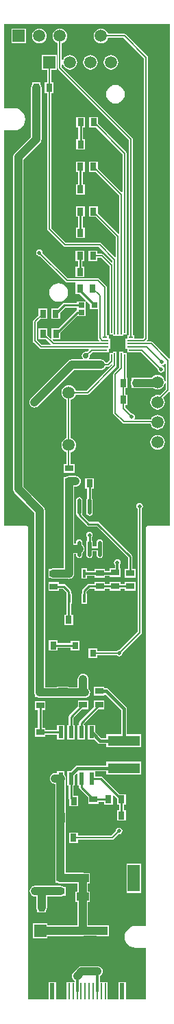
<source format=gtl>
%FSLAX25Y25*%
%MOIN*%
G70*
G01*
G75*
G04 Layer_Physical_Order=1*
G04 Layer_Color=255*
%ADD10R,0.03150X0.03937*%
%ADD11R,0.03937X0.03150*%
%ADD12R,0.04724X0.03937*%
%ADD13R,0.01575X0.03937*%
%ADD14R,0.03150X0.03543*%
%ADD15R,0.03150X0.03543*%
%ADD16R,0.02400X0.05906*%
%ADD17R,0.12402X0.08898*%
%ADD18R,0.03937X0.04724*%
%ADD19C,0.05906*%
%ADD20R,0.15748X0.05118*%
%ADD21R,0.03150X0.02559*%
%ADD22R,0.00787X0.02362*%
%ADD23R,0.00787X0.03150*%
%ADD24R,0.02362X0.00787*%
%ADD25R,0.03150X0.00787*%
%ADD26R,0.05118X0.05118*%
%ADD27O,0.01969X0.07874*%
%ADD28R,0.01969X0.07874*%
%ADD29R,0.05906X0.03937*%
%ADD30R,0.05906X0.12992*%
%ADD31R,0.01063X0.07874*%
%ADD32R,0.02362X0.07874*%
%ADD33C,0.01575*%
%ADD34C,0.01000*%
%ADD35C,0.03937*%
%ADD36C,0.00787*%
%ADD37C,0.01181*%
%ADD38R,0.05906X0.05906*%
%ADD39R,0.05906X0.05906*%
%ADD40C,0.01969*%
%ADD41C,0.03150*%
%ADD42C,0.02756*%
G36*
X81674Y-163459D02*
X81212Y-163651D01*
X73251Y-155690D01*
X72926Y-155473D01*
X72542Y-155396D01*
X70534D01*
X70343Y-154935D01*
X70828Y-154450D01*
X71045Y-154124D01*
X71122Y-153740D01*
X71122Y-153740D01*
X71122Y-153740D01*
Y-153740D01*
Y-17284D01*
X71058Y-16963D01*
X71045Y-16899D01*
X70828Y-16574D01*
X60244Y-5990D01*
X59919Y-5773D01*
X59535Y-5697D01*
X51530D01*
X51205Y-4913D01*
X50637Y-4173D01*
X49897Y-3605D01*
X49035Y-3248D01*
X48110Y-3126D01*
X47185Y-3248D01*
X46323Y-3605D01*
X45583Y-4173D01*
X45015Y-4913D01*
X44658Y-5775D01*
X44536Y-6700D01*
X44658Y-7625D01*
X45015Y-8487D01*
X45583Y-9227D01*
X46323Y-9795D01*
X47185Y-10152D01*
X48110Y-10274D01*
X49035Y-10152D01*
X49897Y-9795D01*
X50637Y-9227D01*
X51205Y-8487D01*
X51530Y-7704D01*
X59119D01*
X69115Y-17699D01*
Y-153324D01*
X68617Y-153822D01*
X64451D01*
Y-152266D01*
X63683D01*
Y-56813D01*
X63606Y-56429D01*
X63389Y-56103D01*
X29114Y-21828D01*
Y-20819D01*
X29604Y-20721D01*
X29855Y-21327D01*
X30423Y-22067D01*
X31163Y-22635D01*
X32025Y-22992D01*
X32950Y-23114D01*
X33875Y-22992D01*
X34737Y-22635D01*
X35477Y-22067D01*
X36045Y-21327D01*
X36402Y-20465D01*
X36524Y-19540D01*
X36402Y-18615D01*
X36045Y-17753D01*
X35477Y-17013D01*
X34737Y-16445D01*
X33875Y-16088D01*
X32950Y-15966D01*
X32025Y-16088D01*
X31163Y-16445D01*
X30423Y-17013D01*
X29855Y-17753D01*
X29604Y-18359D01*
X29114Y-18261D01*
Y-10120D01*
X29897Y-9795D01*
X30637Y-9227D01*
X31205Y-8487D01*
X31562Y-7625D01*
X31684Y-6700D01*
X31562Y-5775D01*
X31205Y-4913D01*
X30637Y-4173D01*
X29897Y-3605D01*
X29035Y-3248D01*
X28110Y-3126D01*
X27185Y-3248D01*
X26323Y-3605D01*
X25583Y-4173D01*
X25015Y-4913D01*
X24658Y-5775D01*
X24536Y-6700D01*
X24658Y-7625D01*
X25015Y-8487D01*
X25583Y-9227D01*
X26323Y-9795D01*
X27106Y-10120D01*
Y-22244D01*
X27106Y-22244D01*
X27106D01*
X27183Y-22628D01*
X27400Y-22953D01*
X61676Y-57229D01*
Y-152266D01*
X60908D01*
Y-153841D01*
X60120D01*
Y-155809D01*
Y-157384D01*
Y-158959D01*
X60908D01*
Y-160534D01*
X62582D01*
X62679Y-160553D01*
X67638D01*
X75788Y-168703D01*
X75757Y-168858D01*
X75879Y-169473D01*
X76227Y-169994D01*
X76748Y-170342D01*
X77362Y-170464D01*
X77977Y-170342D01*
X78498Y-169994D01*
X78846Y-169473D01*
X78968Y-168858D01*
X78846Y-168244D01*
X78498Y-167723D01*
X77977Y-167375D01*
X77640Y-167308D01*
X77716Y-166921D01*
X78331Y-166798D01*
X78852Y-166450D01*
X79187Y-165948D01*
X79666Y-166094D01*
Y-174687D01*
X79167Y-174720D01*
X79098Y-174197D01*
X78741Y-173335D01*
X78173Y-172594D01*
X77433Y-172027D01*
X76571Y-171669D01*
X75646Y-171548D01*
X74721Y-171669D01*
X73859Y-172027D01*
X73119Y-172594D01*
X72939Y-172829D01*
X65160D01*
X64992Y-172851D01*
X62994D01*
Y-174028D01*
X62924Y-174119D01*
X62666Y-174742D01*
X62578Y-175410D01*
X62666Y-176078D01*
X62924Y-176701D01*
X62994Y-176792D01*
Y-177969D01*
X64992D01*
X65160Y-177991D01*
X73565D01*
X73859Y-178217D01*
X74721Y-178574D01*
X75646Y-178695D01*
X76571Y-178574D01*
X77433Y-178217D01*
X78173Y-177649D01*
X78741Y-176909D01*
X79098Y-176047D01*
X79167Y-175523D01*
X79666Y-175556D01*
Y-178420D01*
X76651Y-181435D01*
X76571Y-181402D01*
X75646Y-181280D01*
X74721Y-181402D01*
X73859Y-181759D01*
X73119Y-182327D01*
X72551Y-183067D01*
X72194Y-183929D01*
X72072Y-184854D01*
X72194Y-185779D01*
X72551Y-186641D01*
X73119Y-187381D01*
X73859Y-187949D01*
X74721Y-188306D01*
X75646Y-188428D01*
X76571Y-188306D01*
X77433Y-187949D01*
X78173Y-187381D01*
X78741Y-186641D01*
X79098Y-185779D01*
X79220Y-184854D01*
X79098Y-183929D01*
X78741Y-183067D01*
X78357Y-182567D01*
X81212Y-179712D01*
X81674Y-179903D01*
Y-245060D01*
X70866D01*
X70482Y-245136D01*
X70157Y-245354D01*
X69939Y-245679D01*
X69863Y-246063D01*
Y-439548D01*
X64961D01*
Y-439521D01*
X63573Y-439704D01*
X62280Y-440239D01*
X61170Y-441091D01*
X60318Y-442202D01*
X59782Y-443495D01*
X59600Y-444882D01*
X59782Y-446270D01*
X60318Y-447563D01*
X61170Y-448673D01*
X62280Y-449525D01*
X63573Y-450060D01*
X64961Y-450243D01*
Y-450216D01*
X69863D01*
Y-475375D01*
X60210D01*
Y-466812D01*
X56666D01*
Y-475375D01*
X51410D01*
Y-466812D01*
X47556D01*
Y-463951D01*
X47642Y-463915D01*
X48176Y-463505D01*
X48587Y-462971D01*
X48844Y-462348D01*
X48932Y-461680D01*
X48844Y-461012D01*
X48587Y-460390D01*
X48176Y-459855D01*
X47642Y-459445D01*
X47019Y-459187D01*
X46351Y-459099D01*
X38753D01*
X38085Y-459187D01*
X37827Y-459294D01*
X37462Y-459445D01*
X36928Y-459855D01*
X34684Y-462099D01*
X34273Y-462634D01*
X34016Y-463256D01*
X33928Y-463924D01*
X34016Y-464592D01*
X34273Y-465215D01*
X34684Y-465750D01*
X35218Y-466160D01*
X35304Y-466195D01*
Y-466812D01*
X31450D01*
Y-475375D01*
X26194D01*
Y-466812D01*
X22650D01*
Y-475375D01*
X12815D01*
Y-246063D01*
X12738Y-245679D01*
X12521Y-245354D01*
X12195Y-245136D01*
X11811Y-245060D01*
X1003D01*
Y-52578D01*
X5906D01*
Y-52605D01*
X7293Y-52422D01*
X8586Y-51887D01*
X9696Y-51035D01*
X10548Y-49924D01*
X11084Y-48632D01*
X11266Y-47244D01*
X11084Y-45857D01*
X10548Y-44564D01*
X9696Y-43453D01*
X8586Y-42601D01*
X7293Y-42066D01*
X5906Y-41883D01*
Y-41910D01*
X1003D01*
Y-1003D01*
X81674D01*
Y-163459D01*
D02*
G37*
%LPC*%
G36*
X66929Y-233827D02*
X66315Y-233950D01*
X65794Y-234298D01*
X65446Y-234819D01*
X65324Y-235433D01*
X65446Y-236048D01*
X65794Y-236568D01*
X65926Y-236656D01*
Y-296474D01*
X57086Y-305313D01*
X56931Y-305282D01*
X56316Y-305405D01*
X55795Y-305753D01*
X55707Y-305885D01*
X46337D01*
Y-304526D01*
X42006D01*
Y-309250D01*
X46337D01*
Y-307892D01*
X55707D01*
X55795Y-308024D01*
X56316Y-308372D01*
X56931Y-308494D01*
X57545Y-308372D01*
X58066Y-308024D01*
X58414Y-307503D01*
X58536Y-306888D01*
X58505Y-306733D01*
X67639Y-297599D01*
X67856Y-297274D01*
X67869Y-297210D01*
X67933Y-296890D01*
Y-236656D01*
X68064Y-236568D01*
X68413Y-236048D01*
X68535Y-235433D01*
X68413Y-234819D01*
X68064Y-234298D01*
X67544Y-233950D01*
X66929Y-233827D01*
D02*
G37*
G36*
X27689Y-272244D02*
X22571D01*
Y-276575D01*
X27689D01*
Y-275521D01*
X29618D01*
X31341Y-277245D01*
Y-277819D01*
X31162D01*
Y-282937D01*
X31341D01*
Y-288159D01*
X30244D01*
Y-293277D01*
X34574D01*
Y-288159D01*
X33565D01*
Y-282937D01*
X33918D01*
Y-277819D01*
X33565D01*
Y-276784D01*
X33481Y-276359D01*
X33240Y-275998D01*
X33240Y-275998D01*
X30865Y-273623D01*
X30504Y-273382D01*
X30079Y-273298D01*
X30079Y-273298D01*
X27689D01*
Y-272244D01*
D02*
G37*
G36*
X16650Y-29369D02*
X16483Y-29391D01*
X14485D01*
Y-30568D01*
X14415Y-30659D01*
X14157Y-31282D01*
X14069Y-31950D01*
Y-55863D01*
X6049Y-63884D01*
X5639Y-64418D01*
X5510Y-64729D01*
X5381Y-65041D01*
X5293Y-65709D01*
Y-227047D01*
X5381Y-227715D01*
X5510Y-228027D01*
X5639Y-228338D01*
X6049Y-228872D01*
X15726Y-238549D01*
Y-326040D01*
X15726Y-326040D01*
X15726D01*
X15814Y-326708D01*
X16012Y-327187D01*
Y-328206D01*
X16925D01*
X17017Y-328276D01*
X17639Y-328534D01*
X18307Y-328622D01*
X40276D01*
X40944Y-328534D01*
X41566Y-328276D01*
X42101Y-327866D01*
X42511Y-327331D01*
X42769Y-326708D01*
X42857Y-326040D01*
X42769Y-325372D01*
X42511Y-324750D01*
X42101Y-324215D01*
X41973Y-324117D01*
Y-319428D01*
X41884Y-318759D01*
X41627Y-318137D01*
X41216Y-317602D01*
X40682Y-317192D01*
X40059Y-316934D01*
X39391Y-316846D01*
X38723Y-316934D01*
X38101Y-317192D01*
X37566Y-317602D01*
X37156Y-318137D01*
X36898Y-318759D01*
X36810Y-319428D01*
Y-323459D01*
X32474D01*
Y-323075D01*
X26569D01*
Y-323459D01*
X20888D01*
Y-237480D01*
X20800Y-236812D01*
X20725Y-236630D01*
X20542Y-236190D01*
X20132Y-235655D01*
X10455Y-225978D01*
Y-66778D01*
X18475Y-58757D01*
X18886Y-58223D01*
X18981Y-57993D01*
X19144Y-57600D01*
X19231Y-56932D01*
Y-31950D01*
X19144Y-31282D01*
X18886Y-30659D01*
X18816Y-30568D01*
Y-29391D01*
X16818D01*
X16650Y-29369D01*
D02*
G37*
G36*
X27016Y-300583D02*
X22685D01*
Y-305701D01*
X27016D01*
Y-304260D01*
X33345D01*
Y-305510D01*
X37676D01*
Y-300786D01*
X33345D01*
Y-302036D01*
X27016D01*
Y-300583D01*
D02*
G37*
G36*
X37538Y-231066D02*
X36924Y-231188D01*
X36403Y-231536D01*
X36055Y-232057D01*
X35932Y-232671D01*
Y-238577D01*
X36055Y-239191D01*
X36403Y-239712D01*
X36441Y-239738D01*
X36511Y-240090D01*
X36752Y-240450D01*
X41182Y-244881D01*
X41182Y-244881D01*
X41543Y-245122D01*
X41543Y-245122D01*
X41543Y-245122D01*
D01*
X41543Y-245122D01*
X41543Y-245122D01*
X41969Y-245206D01*
X41969Y-245206D01*
X45996D01*
X61188Y-260398D01*
Y-265885D01*
X59741D01*
Y-270216D01*
X64859D01*
Y-265885D01*
X63412D01*
Y-259938D01*
X63327Y-259512D01*
X63086Y-259152D01*
X63086Y-259152D01*
X47243Y-243308D01*
X46882Y-243067D01*
X46457Y-242983D01*
X46457Y-242983D01*
X42429D01*
X38868Y-239421D01*
X39022Y-239191D01*
X39144Y-238577D01*
Y-232671D01*
X39022Y-232057D01*
X38673Y-231536D01*
X38153Y-231188D01*
X37538Y-231066D01*
D02*
G37*
G36*
X56063Y-261190D02*
X55449Y-261312D01*
X54928Y-261660D01*
X54580Y-262181D01*
X54457Y-262795D01*
X54580Y-263410D01*
X54928Y-263931D01*
X54936Y-263936D01*
Y-265538D01*
X52421D01*
Y-266969D01*
X50059D01*
Y-265835D01*
X44941D01*
Y-266969D01*
X41398D01*
Y-265614D01*
X38642D01*
Y-270732D01*
X41398D01*
Y-269377D01*
X44941D01*
Y-270166D01*
X50059D01*
Y-269377D01*
X52421D01*
Y-269869D01*
X57539D01*
Y-265538D01*
X57344D01*
Y-263712D01*
X57546Y-263410D01*
X57669Y-262795D01*
X57546Y-262181D01*
X57198Y-261660D01*
X56677Y-261312D01*
X56063Y-261190D01*
D02*
G37*
G36*
X35677Y-220719D02*
X32600D01*
X31932Y-220806D01*
X31309Y-221064D01*
X31218Y-221134D01*
X30041D01*
Y-223015D01*
X29959Y-223640D01*
Y-256083D01*
X29957Y-256096D01*
X29959Y-256109D01*
Y-265529D01*
X25130D01*
X24462Y-265617D01*
X23839Y-265875D01*
X23748Y-265945D01*
X22571D01*
Y-267943D01*
X22549Y-268110D01*
X22571Y-268278D01*
Y-270276D01*
X23748D01*
X23839Y-270346D01*
X24462Y-270604D01*
X25130Y-270691D01*
X31162D01*
Y-270732D01*
X32372D01*
X32540Y-270754D01*
X32708Y-270732D01*
X33918D01*
Y-270341D01*
X34365Y-269998D01*
X34775Y-269463D01*
X35033Y-268841D01*
X35121Y-268173D01*
Y-258678D01*
X35932D01*
Y-259049D01*
X36055Y-259664D01*
X36403Y-260185D01*
X36924Y-260532D01*
X37538Y-260655D01*
X38153Y-260532D01*
X38673Y-260185D01*
X39022Y-259664D01*
X39144Y-259049D01*
Y-258090D01*
X39363Y-257922D01*
X39773Y-257387D01*
X40031Y-256764D01*
X40119Y-256096D01*
X40031Y-255428D01*
X39773Y-254806D01*
X39363Y-254271D01*
X39144Y-254103D01*
Y-253144D01*
X39022Y-252529D01*
X38673Y-252008D01*
X38153Y-251660D01*
X37538Y-251538D01*
X36924Y-251660D01*
X36403Y-252008D01*
X36055Y-252529D01*
X35932Y-253144D01*
Y-253515D01*
X35121D01*
Y-225881D01*
X35677D01*
X36345Y-225793D01*
X36967Y-225535D01*
X37502Y-225125D01*
X37912Y-224590D01*
X38170Y-223968D01*
X38258Y-223300D01*
X38170Y-222632D01*
X37912Y-222009D01*
X37502Y-221475D01*
X36967Y-221064D01*
X36345Y-220806D01*
X35677Y-220719D01*
D02*
G37*
G36*
X50059Y-272134D02*
X44941D01*
Y-273188D01*
X42157D01*
X42157Y-273188D01*
X41732Y-273272D01*
X41371Y-273513D01*
X41371Y-273513D01*
X39234Y-275650D01*
X38993Y-276011D01*
X38908Y-276436D01*
X38908Y-276437D01*
Y-277819D01*
X38642D01*
Y-282937D01*
X41398D01*
Y-277819D01*
X41132D01*
Y-276897D01*
X42618Y-275412D01*
X44941D01*
Y-276465D01*
X50059D01*
Y-275507D01*
X52421D01*
Y-276562D01*
X57539D01*
Y-275507D01*
X59741D01*
Y-276515D01*
X64859D01*
Y-272184D01*
X59741D01*
Y-273283D01*
X57539D01*
Y-272231D01*
X52421D01*
Y-273283D01*
X50059D01*
Y-272134D01*
D02*
G37*
G36*
X67615Y-409253D02*
X60528D01*
Y-423426D01*
X67615D01*
Y-409253D01*
D02*
G37*
G36*
X56931Y-391739D02*
X56316Y-391861D01*
X55795Y-392210D01*
X55447Y-392730D01*
X55325Y-393345D01*
X55356Y-393500D01*
X53130Y-395726D01*
X36915D01*
Y-394171D01*
X32584D01*
Y-399289D01*
X36915D01*
Y-397733D01*
X53546D01*
X53930Y-397657D01*
X54255Y-397440D01*
X56775Y-394920D01*
X56931Y-394951D01*
X57545Y-394828D01*
X58066Y-394480D01*
X58414Y-393959D01*
X58536Y-393345D01*
X58414Y-392730D01*
X58066Y-392210D01*
X57545Y-391861D01*
X56931Y-391739D01*
D02*
G37*
G36*
X30326Y-364313D02*
X26745D01*
Y-365276D01*
X25770D01*
X25102Y-365363D01*
X24479Y-365621D01*
X23945Y-366032D01*
X23535Y-366566D01*
X23277Y-367189D01*
X23189Y-367857D01*
X23277Y-368525D01*
X23535Y-369147D01*
X23945Y-369682D01*
X24479Y-370092D01*
X25102Y-370350D01*
X25770Y-370438D01*
X25889D01*
Y-378796D01*
Y-416330D01*
X25911Y-416498D01*
Y-418496D01*
X27088D01*
X27179Y-418566D01*
X27802Y-418823D01*
X28470Y-418911D01*
X28965Y-418846D01*
X35725D01*
Y-418899D01*
X36612D01*
Y-422836D01*
X35725D01*
Y-427954D01*
X36612D01*
Y-439280D01*
X22037D01*
Y-438369D01*
X14951D01*
Y-445456D01*
X22037D01*
Y-444442D01*
X27380D01*
Y-444508D01*
X33285D01*
Y-444442D01*
X39303D01*
X39971Y-444354D01*
X40024Y-444332D01*
X46023D01*
Y-444430D01*
X51928D01*
Y-439312D01*
X49655D01*
X49523Y-439258D01*
X48855Y-439170D01*
X41775D01*
Y-427954D01*
X42812D01*
Y-422836D01*
X41775D01*
Y-418899D01*
X42812D01*
Y-413781D01*
X39883D01*
X39862Y-413772D01*
X39194Y-413684D01*
X31051D01*
Y-389859D01*
X31106D01*
Y-383953D01*
X31051D01*
Y-378796D01*
Y-368352D01*
X31116Y-367857D01*
X31028Y-367189D01*
X30770Y-366566D01*
X30360Y-366032D01*
X30326Y-366005D01*
Y-364313D01*
D02*
G37*
G36*
X28470Y-420048D02*
X19267D01*
X19215Y-420055D01*
X16065D01*
X15396Y-420143D01*
X14774Y-420401D01*
X14239Y-420811D01*
X13829Y-421346D01*
X13571Y-421968D01*
X13483Y-422636D01*
X13571Y-423304D01*
X13829Y-423927D01*
X14239Y-424461D01*
X14774Y-424872D01*
X15396Y-425129D01*
X16065Y-425217D01*
X16679D01*
Y-430490D01*
X16767Y-431158D01*
X17025Y-431781D01*
X17085Y-431859D01*
Y-433059D01*
X19165D01*
X19260Y-433071D01*
X19355Y-433059D01*
X21416D01*
Y-431884D01*
X21495Y-431781D01*
X21753Y-431158D01*
X21841Y-430490D01*
Y-425211D01*
X28470D01*
X29138Y-425123D01*
X29761Y-424865D01*
X29852Y-424795D01*
X31029D01*
Y-422797D01*
X31051Y-422629D01*
X31029Y-422462D01*
Y-420464D01*
X29852D01*
X29761Y-420394D01*
X29138Y-420136D01*
X28470Y-420048D01*
D02*
G37*
G36*
X67728Y-359722D02*
X50798D01*
Y-361467D01*
X36696D01*
X36158Y-361573D01*
X35702Y-361878D01*
X33267Y-364313D01*
X31745D01*
Y-371400D01*
X32423D01*
Y-377508D01*
X32423Y-377508D01*
X32508Y-377934D01*
X32658Y-378158D01*
Y-381355D01*
X36989D01*
Y-376237D01*
X34647D01*
Y-371400D01*
X35326D01*
Y-366228D01*
X36283Y-365271D01*
X36745Y-365462D01*
Y-371400D01*
X37423D01*
Y-372145D01*
X37423Y-372145D01*
X37508Y-372571D01*
X37749Y-372931D01*
X41859Y-377042D01*
Y-380194D01*
X46977D01*
Y-379140D01*
X49576D01*
Y-380594D01*
X53907D01*
Y-376127D01*
X54369Y-375936D01*
X55875Y-377443D01*
Y-380594D01*
X56928D01*
Y-383256D01*
X55945D01*
Y-388374D01*
X60276D01*
Y-383256D01*
X59152D01*
Y-380594D01*
X60206D01*
Y-375476D01*
X57054D01*
X48648Y-367070D01*
X48287Y-366829D01*
X47862Y-366745D01*
X47861Y-366745D01*
X45326D01*
Y-364630D01*
X45326Y-364630D01*
D01*
D01*
X45326Y-364313D01*
D01*
X45363Y-364276D01*
X50798D01*
Y-366021D01*
X67728D01*
Y-359722D01*
D02*
G37*
G36*
X49810Y-329882D02*
X44692D01*
Y-333034D01*
X37749Y-339977D01*
X37508Y-340338D01*
X37423Y-340764D01*
X37423Y-340764D01*
Y-341813D01*
X36745D01*
Y-348900D01*
X40326D01*
Y-341813D01*
X39647D01*
Y-341224D01*
X46659Y-334213D01*
X49810D01*
Y-329882D01*
D02*
G37*
G36*
Y-323189D02*
X44692D01*
Y-327520D01*
X49810D01*
Y-327175D01*
X50272Y-326984D01*
X57858Y-334569D01*
Y-346336D01*
X50798D01*
Y-348081D01*
X48246D01*
X45326Y-345160D01*
Y-341813D01*
X41745D01*
Y-348900D01*
X45092D01*
X46671Y-350479D01*
X47126Y-350784D01*
X47664Y-350890D01*
X50798D01*
Y-352635D01*
X67728D01*
Y-346336D01*
X60668D01*
Y-333987D01*
X60561Y-333450D01*
X60256Y-332994D01*
X51624Y-324361D01*
X51168Y-324057D01*
X50630Y-323950D01*
X49810D01*
Y-323189D01*
D02*
G37*
G36*
X21130Y-330174D02*
X16012D01*
Y-334505D01*
X17453D01*
Y-343195D01*
X16002D01*
Y-347526D01*
X21120D01*
Y-346468D01*
X26745D01*
Y-348900D01*
X30326D01*
Y-341813D01*
X26745D01*
Y-344245D01*
X21120D01*
Y-343195D01*
X19677D01*
Y-334505D01*
X21130D01*
Y-330174D01*
D02*
G37*
G36*
X41950Y-329755D02*
X36832D01*
Y-332907D01*
X32749Y-336990D01*
X32508Y-337351D01*
X32423Y-337777D01*
X32423Y-337777D01*
Y-341813D01*
X31745D01*
Y-348900D01*
X35326D01*
Y-341813D01*
X34647D01*
Y-338237D01*
X38798Y-334086D01*
X41950D01*
Y-329755D01*
D02*
G37*
G36*
X40351Y-46141D02*
X36021D01*
Y-51259D01*
X37074D01*
Y-56931D01*
X36035D01*
Y-62049D01*
X40366D01*
Y-56931D01*
X39298D01*
Y-51259D01*
X40351D01*
Y-46141D01*
D02*
G37*
G36*
X55118Y-30473D02*
X53936Y-30628D01*
X52835Y-31085D01*
X51889Y-31810D01*
X51163Y-32756D01*
X50707Y-33858D01*
X50551Y-35039D01*
X50707Y-36221D01*
X51163Y-37323D01*
X51889Y-38269D01*
X52835Y-38994D01*
X53936Y-39450D01*
X55118Y-39606D01*
X56300Y-39450D01*
X57402Y-38994D01*
X58347Y-38269D01*
X59073Y-37323D01*
X59529Y-36221D01*
X59685Y-35039D01*
X59529Y-33858D01*
X59073Y-32756D01*
X58347Y-31810D01*
X57402Y-31085D01*
X56300Y-30628D01*
X55118Y-30473D01*
D02*
G37*
G36*
X40211Y-89584D02*
X35880D01*
Y-94702D01*
X36934D01*
Y-99871D01*
X35905D01*
Y-104989D01*
X40236D01*
Y-99871D01*
X39157D01*
Y-94702D01*
X40211D01*
Y-89584D01*
D02*
G37*
G36*
X40216Y-67819D02*
X35885D01*
Y-72937D01*
X36938D01*
Y-78761D01*
X35865D01*
Y-83879D01*
X40196D01*
Y-78761D01*
X39162D01*
Y-72937D01*
X40216D01*
Y-67819D01*
D02*
G37*
G36*
X18110Y-3126D02*
X17185Y-3248D01*
X16323Y-3605D01*
X15583Y-4173D01*
X15015Y-4913D01*
X14658Y-5775D01*
X14536Y-6700D01*
X14658Y-7625D01*
X15015Y-8487D01*
X15583Y-9227D01*
X16323Y-9795D01*
X17185Y-10152D01*
X18110Y-10274D01*
X19035Y-10152D01*
X19897Y-9795D01*
X20637Y-9227D01*
X21205Y-8487D01*
X21562Y-7625D01*
X21684Y-6700D01*
X21562Y-5775D01*
X21205Y-4913D01*
X20637Y-4173D01*
X19897Y-3605D01*
X19035Y-3248D01*
X18110Y-3126D01*
D02*
G37*
G36*
X11653Y-3157D02*
X4567D01*
Y-10243D01*
X11653D01*
Y-3157D01*
D02*
G37*
G36*
X42950Y-15966D02*
X42025Y-16088D01*
X41163Y-16445D01*
X40423Y-17013D01*
X39855Y-17753D01*
X39498Y-18615D01*
X39376Y-19540D01*
X39498Y-20465D01*
X39855Y-21327D01*
X40423Y-22067D01*
X41163Y-22635D01*
X42025Y-22992D01*
X42950Y-23114D01*
X43875Y-22992D01*
X44737Y-22635D01*
X45477Y-22067D01*
X46045Y-21327D01*
X46402Y-20465D01*
X46524Y-19540D01*
X46402Y-18615D01*
X46045Y-17753D01*
X45477Y-17013D01*
X44737Y-16445D01*
X43875Y-16088D01*
X42950Y-15966D01*
D02*
G37*
G36*
X52950D02*
X52025Y-16088D01*
X51163Y-16445D01*
X50423Y-17013D01*
X49855Y-17753D01*
X49498Y-18615D01*
X49376Y-19540D01*
X49498Y-20465D01*
X49855Y-21327D01*
X50423Y-22067D01*
X51163Y-22635D01*
X52025Y-22992D01*
X52950Y-23114D01*
X53875Y-22992D01*
X54737Y-22635D01*
X55477Y-22067D01*
X56045Y-21327D01*
X56402Y-20465D01*
X56524Y-19540D01*
X56402Y-18615D01*
X56045Y-17753D01*
X55477Y-17013D01*
X54737Y-16445D01*
X53875Y-16088D01*
X52950Y-15966D01*
D02*
G37*
G36*
X26493Y-15997D02*
X19407D01*
Y-23083D01*
X21946D01*
Y-29391D01*
X20784D01*
Y-34509D01*
X21946D01*
Y-100509D01*
X21946Y-100509D01*
X21946D01*
X22023Y-100893D01*
X22240Y-101218D01*
X29999Y-108977D01*
X30217Y-109123D01*
X30325Y-109195D01*
X30709Y-109271D01*
X47143D01*
X53802Y-115929D01*
Y-116808D01*
X53340Y-116999D01*
X49332Y-112992D01*
X49007Y-112775D01*
X48623Y-112698D01*
X46415D01*
Y-111143D01*
X42085D01*
Y-116261D01*
X46415D01*
Y-114705D01*
X48207D01*
X52227Y-118725D01*
Y-150101D01*
X52246Y-150198D01*
Y-151872D01*
X53821D01*
Y-152660D01*
X58939D01*
Y-151872D01*
X60514D01*
Y-150198D01*
X60533Y-150101D01*
Y-63744D01*
X60457Y-63360D01*
X60239Y-63035D01*
X46650Y-49446D01*
Y-46141D01*
X42320D01*
Y-51259D01*
X45625D01*
X58526Y-64160D01*
Y-82482D01*
X58064Y-82673D01*
X46515Y-71124D01*
Y-67819D01*
X42184D01*
Y-72937D01*
X45489D01*
X56951Y-84399D01*
Y-102677D01*
X56489Y-102869D01*
X46510Y-92889D01*
Y-89584D01*
X42179D01*
Y-94702D01*
X45485D01*
X55376Y-104594D01*
Y-114013D01*
X54914Y-114204D01*
X48269Y-107558D01*
X47943Y-107341D01*
X47559Y-107264D01*
X31124D01*
X23953Y-100093D01*
Y-34509D01*
X25115D01*
Y-29391D01*
X23953D01*
Y-23083D01*
X26493D01*
Y-15997D01*
D02*
G37*
G36*
X75646Y-200745D02*
X74721Y-200867D01*
X73859Y-201224D01*
X73119Y-201792D01*
X72551Y-202532D01*
X72194Y-203394D01*
X72072Y-204319D01*
X72194Y-205244D01*
X72551Y-206106D01*
X73119Y-206846D01*
X73859Y-207414D01*
X74721Y-207771D01*
X75646Y-207893D01*
X76571Y-207771D01*
X77433Y-207414D01*
X78173Y-206846D01*
X78741Y-206106D01*
X79098Y-205244D01*
X79220Y-204319D01*
X79098Y-203394D01*
X78741Y-202532D01*
X78173Y-201792D01*
X77433Y-201224D01*
X76571Y-200867D01*
X75646Y-200745D01*
D02*
G37*
G36*
X58939Y-160140D02*
X56971D01*
Y-162209D01*
X56951Y-162305D01*
Y-167889D01*
X54369Y-170472D01*
X54152Y-170797D01*
X54075Y-171181D01*
Y-190079D01*
X54075Y-190079D01*
X54075D01*
X54152Y-190463D01*
X54369Y-190788D01*
X58630Y-195049D01*
X58847Y-195194D01*
X58956Y-195267D01*
X59340Y-195343D01*
X72172D01*
X72194Y-195512D01*
X72551Y-196373D01*
X73119Y-197114D01*
X73859Y-197682D01*
X74721Y-198039D01*
X75646Y-198160D01*
X76571Y-198039D01*
X77433Y-197682D01*
X78173Y-197114D01*
X78741Y-196373D01*
X79098Y-195512D01*
X79220Y-194587D01*
X79098Y-193662D01*
X78741Y-192800D01*
X78173Y-192060D01*
X77433Y-191491D01*
X76571Y-191135D01*
X75646Y-191013D01*
X74721Y-191135D01*
X73859Y-191491D01*
X73119Y-192060D01*
X72551Y-192800D01*
X72329Y-193336D01*
X64634D01*
X64398Y-192895D01*
X64633Y-192544D01*
X64755Y-191929D01*
X64633Y-191315D01*
X64285Y-190794D01*
X63764Y-190446D01*
X63150Y-190323D01*
X62994Y-190354D01*
X60019Y-187380D01*
Y-186289D01*
X61119D01*
Y-181171D01*
X59957D01*
Y-177969D01*
X61026D01*
Y-172851D01*
X60533D01*
Y-162699D01*
X60514Y-162602D01*
Y-160928D01*
X58939D01*
Y-160140D01*
D02*
G37*
G36*
X42538Y-247825D02*
X41924Y-247947D01*
X41403Y-248295D01*
X41055Y-248816D01*
X40933Y-249430D01*
X41055Y-250045D01*
X41403Y-250566D01*
X41426Y-250581D01*
Y-251993D01*
X41403Y-252008D01*
X41055Y-252529D01*
X40933Y-253144D01*
Y-259049D01*
X41055Y-259664D01*
X41403Y-260185D01*
X41924Y-260532D01*
X42538Y-260655D01*
X43153Y-260532D01*
X43674Y-260185D01*
X44021Y-259664D01*
X44144Y-259049D01*
Y-257208D01*
X45932D01*
Y-259049D01*
X46055Y-259664D01*
X46403Y-260185D01*
X46924Y-260532D01*
X47538Y-260655D01*
X48153Y-260532D01*
X48673Y-260185D01*
X49022Y-259664D01*
X49144Y-259049D01*
Y-253144D01*
X49022Y-252529D01*
X48673Y-252008D01*
X48153Y-251660D01*
X47538Y-251538D01*
X46924Y-251660D01*
X46403Y-252008D01*
X46055Y-252529D01*
X45932Y-253144D01*
Y-254984D01*
X44144D01*
Y-253144D01*
X44021Y-252529D01*
X43674Y-252008D01*
X43650Y-251993D01*
Y-250581D01*
X43674Y-250566D01*
X44021Y-250045D01*
X44144Y-249430D01*
X44021Y-248816D01*
X43674Y-248295D01*
X43153Y-247947D01*
X42538Y-247825D01*
D02*
G37*
G36*
X44679Y-221782D02*
X40348D01*
Y-226901D01*
X41426D01*
Y-231520D01*
X41403Y-231536D01*
X41055Y-232057D01*
X40933Y-232671D01*
Y-238577D01*
X41055Y-239191D01*
X41403Y-239712D01*
X41924Y-240060D01*
X42538Y-240182D01*
X43153Y-240060D01*
X43674Y-239712D01*
X44021Y-239191D01*
X44144Y-238577D01*
Y-232671D01*
X44021Y-232057D01*
X43674Y-231536D01*
X43650Y-231520D01*
Y-226901D01*
X44679D01*
Y-221782D01*
D02*
G37*
G36*
X40116Y-111143D02*
X35785D01*
Y-116261D01*
X36869D01*
Y-118861D01*
X35815D01*
Y-123979D01*
X40146D01*
Y-118861D01*
X39092D01*
Y-116261D01*
X40116D01*
Y-111143D01*
D02*
G37*
G36*
X27559Y-126929D02*
X26377Y-127085D01*
X25276Y-127541D01*
X24330Y-128267D01*
X23604Y-129213D01*
X23148Y-130314D01*
X22992Y-131496D01*
X23148Y-132678D01*
X23604Y-133779D01*
X24330Y-134725D01*
X25276Y-135451D01*
X26377Y-135907D01*
X27559Y-136063D01*
X28741Y-135907D01*
X29842Y-135451D01*
X30788Y-134725D01*
X31514Y-133779D01*
X31970Y-132678D01*
X32126Y-131496D01*
X31970Y-130314D01*
X31514Y-129213D01*
X30788Y-128267D01*
X29842Y-127541D01*
X28741Y-127085D01*
X27559Y-126929D01*
D02*
G37*
G36*
X18110Y-110599D02*
X17495Y-110722D01*
X16975Y-111070D01*
X16627Y-111591D01*
X16504Y-112205D01*
X16627Y-112819D01*
X16975Y-113340D01*
X17495Y-113688D01*
X18110Y-113811D01*
X18266Y-113780D01*
X30825Y-126339D01*
X31151Y-126557D01*
X31535Y-126633D01*
X35675D01*
Y-127041D01*
X35675D01*
Y-132159D01*
X37582D01*
X40756Y-135333D01*
Y-135567D01*
X40633Y-135863D01*
X36395D01*
Y-136622D01*
X30176D01*
X30176Y-136622D01*
X29751Y-136706D01*
X29390Y-136947D01*
X29390Y-136947D01*
X27126Y-139211D01*
X23974D01*
Y-144329D01*
X28305D01*
Y-141177D01*
X30637Y-138846D01*
X36395D01*
Y-139604D01*
Y-140041D01*
X36334Y-140053D01*
X35973Y-140294D01*
X35973Y-140294D01*
X27266Y-149001D01*
X24114D01*
Y-153621D01*
X23652Y-153813D01*
X22146Y-152306D01*
Y-149001D01*
X17815D01*
Y-154119D01*
X21120D01*
X23510Y-156509D01*
X23319Y-156971D01*
X19414D01*
X17066Y-154624D01*
Y-145963D01*
X18700Y-144329D01*
X22006D01*
Y-139211D01*
X17675D01*
Y-142516D01*
X15353Y-144838D01*
X15136Y-145163D01*
X15059Y-145547D01*
Y-155039D01*
X15059Y-155039D01*
X15059D01*
X15136Y-155423D01*
X15353Y-155749D01*
X18289Y-158684D01*
X18614Y-158902D01*
X18998Y-158978D01*
X42020D01*
X42211Y-159440D01*
X41278Y-160374D01*
X40787Y-160276D01*
X40019Y-160429D01*
X39368Y-160864D01*
X38933Y-161515D01*
X38780Y-162284D01*
X38933Y-163051D01*
X39294Y-163592D01*
X39059Y-164033D01*
X34016D01*
X33348Y-164121D01*
X33090Y-164228D01*
X32725Y-164379D01*
X32191Y-164789D01*
X13964Y-183016D01*
X13554Y-183550D01*
X13296Y-184173D01*
X13208Y-184841D01*
X13296Y-185509D01*
X13554Y-186132D01*
X13964Y-186666D01*
X14498Y-187076D01*
X15121Y-187334D01*
X15789Y-187422D01*
X16457Y-187334D01*
X17079Y-187076D01*
X17614Y-186666D01*
X35085Y-169195D01*
X48071D01*
X48739Y-169107D01*
X49361Y-168850D01*
X49896Y-168439D01*
X50306Y-167905D01*
X50425Y-167618D01*
X51496D01*
X51880Y-167541D01*
X52206Y-167324D01*
X53340Y-166190D01*
X53450Y-166235D01*
X53548Y-166726D01*
X41203Y-179071D01*
X35871D01*
X35547Y-178288D01*
X34979Y-177548D01*
X34239Y-176980D01*
X33377Y-176623D01*
X32452Y-176501D01*
X31527Y-176623D01*
X30665Y-176980D01*
X29925Y-177548D01*
X29357Y-178288D01*
X29000Y-179150D01*
X28878Y-180075D01*
X29000Y-181000D01*
X29357Y-181862D01*
X29925Y-182602D01*
X30665Y-183170D01*
X31448Y-183494D01*
Y-202246D01*
X30665Y-202570D01*
X29925Y-203138D01*
X29357Y-203878D01*
X29000Y-204740D01*
X28878Y-205665D01*
X29000Y-206590D01*
X29357Y-207452D01*
X29925Y-208192D01*
X30665Y-208760D01*
X31436Y-209080D01*
Y-214835D01*
X30041D01*
Y-219166D01*
X35159D01*
Y-214835D01*
X33443D01*
Y-209090D01*
X34239Y-208760D01*
X34979Y-208192D01*
X35547Y-207452D01*
X35904Y-206590D01*
X36026Y-205665D01*
X35904Y-204740D01*
X35547Y-203878D01*
X34979Y-203138D01*
X34239Y-202570D01*
X33455Y-202246D01*
Y-183494D01*
X34239Y-183170D01*
X34979Y-182602D01*
X35547Y-181862D01*
X35871Y-181078D01*
X41618D01*
X42002Y-181002D01*
X42328Y-180784D01*
X55515Y-167597D01*
X55660Y-167380D01*
X55732Y-167272D01*
X55809Y-166888D01*
Y-162305D01*
X55789Y-162209D01*
Y-160140D01*
X53821D01*
Y-160928D01*
X52246D01*
Y-162602D01*
X52227Y-162699D01*
Y-164464D01*
X51080Y-165611D01*
X50425D01*
X50306Y-165324D01*
X49896Y-164789D01*
X49361Y-164379D01*
X48739Y-164121D01*
X48071Y-164033D01*
X42516D01*
X42281Y-163592D01*
X42642Y-163051D01*
X42794Y-162284D01*
X42697Y-161793D01*
X43937Y-160553D01*
X50081D01*
X50178Y-160534D01*
X51852D01*
Y-158959D01*
X52640D01*
Y-157384D01*
Y-155809D01*
Y-153841D01*
X51852D01*
Y-152266D01*
X51084D01*
Y-129018D01*
X51008Y-128634D01*
X50790Y-128308D01*
X47403Y-124920D01*
X47077Y-124703D01*
X46693Y-124626D01*
X31951D01*
X19685Y-112361D01*
X19716Y-112205D01*
X19593Y-111591D01*
X19245Y-111070D01*
X18724Y-110722D01*
X18110Y-110599D01*
D02*
G37*
%LPD*%
G36*
X42694Y-137271D02*
Y-139604D01*
X46509D01*
Y-153649D01*
X46509Y-153649D01*
X46509D01*
X46586Y-154033D01*
X46803Y-154359D01*
X47379Y-154935D01*
X47188Y-155396D01*
X25236D01*
X24421Y-154581D01*
X24612Y-154119D01*
X28445D01*
Y-150967D01*
X36462Y-142950D01*
X40725D01*
Y-139604D01*
Y-135956D01*
X40758Y-135942D01*
D01*
X41022Y-135833D01*
X41256D01*
X42694Y-137271D01*
D02*
G37*
D10*
X44140Y-129600D02*
D03*
X37840D02*
D03*
X38708Y-290718D02*
D03*
X32409D02*
D03*
X18551Y-310682D02*
D03*
X24850D02*
D03*
X18551Y-303142D02*
D03*
X24850D02*
D03*
X34750Y-396730D02*
D03*
X28450D02*
D03*
X28524Y-378796D02*
D03*
X34823D02*
D03*
X51741Y-378035D02*
D03*
X58040D02*
D03*
X49207Y-224342D02*
D03*
X42513D02*
D03*
X38186Y-48700D02*
D03*
X44485D02*
D03*
X38200Y-59490D02*
D03*
X44500D02*
D03*
X38050Y-70378D02*
D03*
X44350D02*
D03*
X38030Y-81320D02*
D03*
X44330D02*
D03*
X38045Y-92143D02*
D03*
X44345D02*
D03*
X38070Y-102430D02*
D03*
X44370D02*
D03*
X37951Y-113702D02*
D03*
X44250D02*
D03*
X37980Y-121420D02*
D03*
X44280D02*
D03*
X19840Y-141770D02*
D03*
X26140D02*
D03*
X19980Y-151560D02*
D03*
X26280D02*
D03*
X58860Y-175410D02*
D03*
X65160D02*
D03*
X58953Y-183730D02*
D03*
X65646D02*
D03*
X51811Y-385815D02*
D03*
X58110D02*
D03*
X19250Y-430500D02*
D03*
X25550D02*
D03*
X22950Y-31950D02*
D03*
X16650D02*
D03*
D11*
X32600Y-217000D02*
D03*
Y-223300D02*
D03*
X39303Y-441861D02*
D03*
Y-448554D02*
D03*
X54980Y-274396D02*
D03*
Y-267704D02*
D03*
X47500Y-274300D02*
D03*
Y-268000D02*
D03*
X25130Y-274410D02*
D03*
Y-268110D02*
D03*
X47251Y-332048D02*
D03*
Y-325355D02*
D03*
X39391Y-331921D02*
D03*
Y-325621D02*
D03*
X18571Y-332340D02*
D03*
Y-326040D02*
D03*
X18561Y-351660D02*
D03*
Y-345360D02*
D03*
X44418Y-384328D02*
D03*
Y-378028D02*
D03*
X62300Y-268050D02*
D03*
Y-274350D02*
D03*
X19260Y-422636D02*
D03*
Y-415943D02*
D03*
X28470Y-416330D02*
D03*
Y-422629D02*
D03*
D12*
X48976Y-441871D02*
D03*
Y-449745D02*
D03*
X30333Y-441949D02*
D03*
Y-449823D02*
D03*
X29521Y-333508D02*
D03*
Y-325634D02*
D03*
D13*
X32540Y-268173D02*
D03*
X40020D02*
D03*
X36280Y-280378D02*
D03*
X40020D02*
D03*
X32540D02*
D03*
D14*
X35510Y-303148D02*
D03*
X44172Y-306888D02*
D03*
D15*
X35510Y-310628D02*
D03*
D16*
X43535Y-367857D02*
D03*
X38535D02*
D03*
X33535D02*
D03*
X28535D02*
D03*
Y-345357D02*
D03*
X33535D02*
D03*
X38535D02*
D03*
X43535D02*
D03*
D17*
X36035Y-356607D02*
D03*
D18*
X36421Y-386906D02*
D03*
X28547D02*
D03*
D19*
X75646Y-184854D02*
D03*
Y-175122D02*
D03*
Y-214052D02*
D03*
Y-194587D02*
D03*
Y-204319D02*
D03*
X50168Y-180075D02*
D03*
X32452D02*
D03*
X50168Y-205665D02*
D03*
X32452D02*
D03*
X18494Y-451912D02*
D03*
X52950Y-19540D02*
D03*
X42950D02*
D03*
X32950D02*
D03*
X48110Y-6700D02*
D03*
X38110D02*
D03*
X28110D02*
D03*
X18110D02*
D03*
D20*
X59263Y-349486D02*
D03*
Y-362871D02*
D03*
D21*
X38560Y-141080D02*
D03*
X44859D02*
D03*
X38560Y-137733D02*
D03*
X44859D02*
D03*
D22*
X53230Y-162699D02*
D03*
X59530D02*
D03*
Y-150101D02*
D03*
X53230D02*
D03*
D23*
X54805Y-162305D02*
D03*
X56380D02*
D03*
X57955D02*
D03*
Y-150495D02*
D03*
X56380D02*
D03*
X54805D02*
D03*
D24*
X62679Y-159550D02*
D03*
Y-153250D02*
D03*
X50081D02*
D03*
Y-159550D02*
D03*
D25*
X62286Y-157975D02*
D03*
Y-156400D02*
D03*
Y-154825D02*
D03*
X50475D02*
D03*
Y-156400D02*
D03*
Y-157975D02*
D03*
D26*
X56380Y-156400D02*
D03*
D27*
X37538Y-256096D02*
D03*
X42538D02*
D03*
X47538D02*
D03*
X32538Y-235624D02*
D03*
X37538D02*
D03*
X42538D02*
D03*
X47538D02*
D03*
D28*
X32538Y-256096D02*
D03*
D29*
X39268Y-407285D02*
D03*
Y-416340D02*
D03*
Y-425395D02*
D03*
D30*
X64072Y-416340D02*
D03*
D31*
X42414Y-471340D02*
D03*
X30603D02*
D03*
X32572D02*
D03*
X34540D02*
D03*
X36509D02*
D03*
X38477D02*
D03*
X40446D02*
D03*
X44383D02*
D03*
X46351D02*
D03*
X48320D02*
D03*
X50288D02*
D03*
X52257D02*
D03*
D32*
X24422D02*
D03*
X58438D02*
D03*
D33*
X43535Y-345357D02*
X47664Y-349486D01*
X59263D01*
X33535Y-366032D02*
X36696Y-362871D01*
X59263D01*
X47251Y-325355D02*
X50630D01*
X59263Y-333987D01*
Y-349486D02*
Y-333987D01*
D34*
X38045Y-102405D02*
Y-92143D01*
X38050Y-81300D02*
Y-70378D01*
X38186Y-59476D02*
Y-48700D01*
X37951Y-113702D02*
X37980Y-113731D01*
Y-121420D02*
Y-113731D01*
X42538Y-256096D02*
Y-249430D01*
X46457Y-244094D02*
X62300Y-259938D01*
X41969Y-244094D02*
X46457D01*
X37538Y-239664D02*
X41969Y-244094D01*
X45964Y-274434D02*
X48688D01*
X42157Y-274300D02*
X47500D01*
X40020Y-276436D02*
X42157Y-274300D01*
X40020Y-280378D02*
Y-276436D01*
X48688Y-274434D02*
X48727Y-274395D01*
X62300D01*
Y-268050D02*
Y-259938D01*
X33535Y-377508D02*
X34823Y-378796D01*
X38535Y-372145D02*
Y-367857D01*
Y-372145D02*
X44418Y-378028D01*
X58040Y-385745D02*
Y-378035D01*
X43535Y-367857D02*
X47862D01*
X58040Y-378035D01*
X44418Y-378028D02*
X51734D01*
X33535Y-377508D02*
Y-367857D01*
X18565Y-332346D02*
X18571Y-332340D01*
X25565Y-303148D02*
X35510D01*
X42538Y-256096D02*
X47538D01*
X42538Y-235624D02*
Y-224366D01*
X26140Y-141770D02*
X30176Y-137733D01*
X38560D01*
X26280Y-151560D02*
X36760Y-141080D01*
X38560D01*
X37538Y-239664D02*
Y-235624D01*
X25130Y-274410D02*
X30079D01*
X32454Y-276784D01*
Y-290674D02*
Y-276784D01*
X18565Y-345357D02*
Y-332346D01*
Y-345357D02*
X28535D01*
X33535D02*
Y-337777D01*
X39391Y-331921D01*
X38535Y-345357D02*
Y-340764D01*
X47251Y-332048D01*
X33535Y-367857D02*
Y-366032D01*
D35*
X7874Y-227047D02*
X18307Y-237480D01*
Y-326040D02*
Y-237480D01*
Y-326040D02*
X40276D01*
X25770Y-367857D02*
X28470D01*
Y-378796D02*
Y-367857D01*
Y-416330D02*
Y-378796D01*
Y-367857D02*
X28535D01*
X19267Y-422629D02*
X28470D01*
X19260Y-430490D02*
Y-422636D01*
X16065D02*
X19260D01*
X38753Y-461680D02*
X46351D01*
X36509Y-463924D02*
X38753Y-461680D01*
X39391Y-325621D02*
Y-319428D01*
X65160Y-175410D02*
X75357D01*
X34016Y-166614D02*
X48071D01*
X15789Y-184841D02*
X34016Y-166614D01*
X32540Y-268173D02*
Y-223640D01*
X32600Y-223300D02*
X35677D01*
X32538Y-256096D02*
X37538D01*
X28535Y-416265D02*
X39194D01*
X18545Y-441861D02*
X39303D01*
X39194Y-441751D02*
Y-416265D01*
Y-441751D02*
X48855D01*
X25130Y-268110D02*
X32477D01*
X16650Y-56932D02*
Y-31950D01*
X7874Y-65709D02*
X16650Y-56932D01*
X7874Y-227047D02*
Y-65709D01*
D36*
X50081Y-153250D02*
Y-129018D01*
X46693Y-125630D02*
X50081Y-129018D01*
X31535Y-125630D02*
X46693D01*
X18110Y-112205D02*
X31535Y-125630D01*
X34750Y-396730D02*
X53546D01*
X56931Y-393345D01*
X66929Y-296890D02*
Y-235433D01*
X56931Y-306888D02*
X66929Y-296890D01*
X44172Y-306888D02*
X56931D01*
X68054Y-159550D02*
X77362Y-168858D01*
X62679Y-159550D02*
X68054D01*
X62286Y-157975D02*
X70376D01*
X77716Y-165315D01*
X80669Y-178835D02*
Y-164527D01*
X72542Y-156400D02*
X80669Y-164527D01*
X65827Y-156400D02*
X72542D01*
X40787Y-162284D02*
X43521Y-159550D01*
X50081D01*
X48071Y-166614D02*
X51496D01*
X32452Y-180075D02*
X41618D01*
X53230Y-164880D02*
Y-162699D01*
X51496Y-166614D02*
X53230Y-164880D01*
X54805Y-166888D02*
Y-162305D01*
X41618Y-180075D02*
X54805Y-166888D01*
X28110Y-22244D02*
Y-6700D01*
X44250Y-113702D02*
X48623D01*
X19980Y-151560D02*
X24820Y-156400D01*
X16063Y-155039D02*
X18998Y-157975D01*
X16063Y-155039D02*
Y-145547D01*
X19840Y-141770D01*
X22950Y-31950D02*
Y-19540D01*
X22950Y-19540D01*
X48110Y-6700D02*
X59535D01*
X70118Y-17284D01*
X62286Y-154825D02*
X69033D01*
X70118Y-153740D01*
Y-17284D01*
X30709Y-108268D02*
X47559D01*
X22950Y-100509D02*
X30709Y-108268D01*
X22950Y-100509D02*
Y-31950D01*
X18998Y-157975D02*
X50475D01*
X24820Y-156400D02*
X50475D01*
X44140Y-129600D02*
X47513Y-132973D01*
Y-153649D02*
Y-132973D01*
Y-153649D02*
X48689Y-154825D01*
X50475D01*
X48623Y-113702D02*
X53230Y-118309D01*
Y-150101D02*
Y-118309D01*
X47559Y-108268D02*
X54805Y-115514D01*
Y-150495D02*
Y-115514D01*
X44345Y-92143D02*
X56380Y-104179D01*
Y-150495D02*
Y-104179D01*
X44350Y-70378D02*
X57955Y-83983D01*
Y-150495D02*
Y-83983D01*
X44485Y-48700D02*
X59530Y-63744D01*
Y-150101D02*
Y-63744D01*
X28110Y-22244D02*
X62679Y-56813D01*
Y-153250D02*
Y-56813D01*
X62286Y-156400D02*
X65827D01*
X65325D02*
X65827D01*
X74898Y-184607D02*
X80669Y-178835D01*
X55079Y-190079D02*
X59340Y-194340D01*
X74898D01*
X55079Y-190079D02*
Y-171181D01*
X57955Y-168305D01*
Y-162305D01*
X58953Y-183730D02*
Y-175503D01*
X59016Y-187795D02*
Y-183792D01*
X58953Y-183730D02*
X59016Y-183792D01*
Y-187795D02*
X63150Y-191929D01*
X32452Y-205665D02*
Y-180075D01*
X32440Y-217340D02*
Y-205677D01*
X59530Y-174927D02*
Y-162699D01*
D37*
X37840Y-130715D02*
X44859Y-137733D01*
X37840Y-130715D02*
Y-129600D01*
X36509Y-471340D02*
Y-463924D01*
X46351Y-471340D02*
Y-461680D01*
X40020Y-268173D02*
X55706D01*
X56140Y-267739D02*
Y-262872D01*
D38*
X18494Y-441912D02*
D03*
D39*
X22950Y-19540D02*
D03*
X8110Y-6700D02*
D03*
D40*
X34724Y-150669D02*
D03*
X49055Y-120512D02*
D03*
X36063Y-354252D02*
D03*
X40276D02*
D03*
X31850Y-358740D02*
D03*
X36063D02*
D03*
X40276D02*
D03*
X31850Y-354252D02*
D03*
X57677Y-155079D02*
D03*
Y-157598D02*
D03*
X55039D02*
D03*
Y-155039D02*
D03*
X56931Y-393345D02*
D03*
X42538Y-249430D02*
D03*
X56931Y-306888D02*
D03*
X66929Y-235433D02*
D03*
X77716Y-165315D02*
D03*
X77362Y-168858D02*
D03*
X56063Y-262795D02*
D03*
X18110Y-112205D02*
D03*
X75646Y-204319D02*
D03*
X63150Y-191929D02*
D03*
X63701Y-31850D02*
D03*
X75827Y-49488D02*
D03*
X53543Y-66732D02*
D03*
X51929Y-88543D02*
D03*
X50945Y-104842D02*
D03*
X29016Y-86221D02*
D03*
X27913Y-64173D02*
D03*
X29764Y-38819D02*
D03*
X6968Y-22402D02*
D03*
X23504Y-110827D02*
D03*
X18622Y-125906D02*
D03*
X25118Y-164016D02*
D03*
X14961Y-172323D02*
D03*
X23268Y-190354D02*
D03*
X61496Y-204409D02*
D03*
X61024Y-217677D02*
D03*
X77402Y-142323D02*
D03*
X74252Y-74961D02*
D03*
X77047Y-97244D02*
D03*
X58425Y-233701D02*
D03*
X24764Y-239724D02*
D03*
X58425Y-292874D02*
D03*
X47047Y-293228D02*
D03*
X33819Y-316024D02*
D03*
X63701Y-322126D02*
D03*
X63819Y-371024D02*
D03*
X41142Y-391102D02*
D03*
X41890Y-401142D02*
D03*
X24488Y-461417D02*
D03*
X35039Y-455669D02*
D03*
X62835Y-458347D02*
D03*
X63701Y-434213D02*
D03*
X17165Y-466811D02*
D03*
D41*
X25770Y-267891D02*
D03*
Y-367857D02*
D03*
X15789Y-422605D02*
D03*
X46351Y-461680D02*
D03*
X39391Y-319428D02*
D03*
X75646Y-175122D02*
D03*
D42*
X15789Y-184841D02*
D03*
X40787Y-162284D02*
D03*
X35677Y-223300D02*
D03*
M02*

</source>
